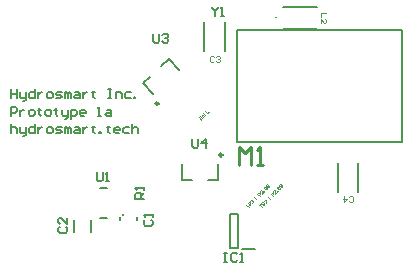
<source format=gto>
G04*
G04 #@! TF.GenerationSoftware,Altium Limited,Altium Designer,25.4.2 (15)*
G04*
G04 Layer_Color=65535*
%FSTAX24Y24*%
%MOIN*%
G70*
G04*
G04 #@! TF.SameCoordinates,12F9F1C2-4B93-4E5A-9412-C193BA208CB0*
G04*
G04*
G04 #@! TF.FilePolarity,Positive*
G04*
G01*
G75*
%ADD10C,0.0098*%
%ADD11C,0.0079*%
%ADD12C,0.0039*%
%ADD13C,0.0059*%
%ADD14C,0.0050*%
%ADD15C,0.0100*%
%ADD16C,0.0030*%
D10*
X026148Y013592D02*
G03*
X026148Y013592I-000049J0D01*
G01*
X024024Y015303D02*
G03*
X024024Y015303I-000049J0D01*
G01*
D11*
X022849Y01159D02*
G03*
X02281Y01159I-00002J0D01*
G01*
D02*
G03*
X022849Y01159I00002J0D01*
G01*
D02*
G03*
X02281Y01159I-00002J0D01*
G01*
X026226Y017042D02*
Y01801D01*
X025534Y017042D02*
Y01801D01*
X030686Y012346D02*
Y013314D01*
X029994Y012346D02*
Y013314D01*
X026402Y010489D02*
X026658D01*
X026402D02*
Y011631D01*
X026658D01*
Y010489D02*
Y011631D01*
X026796Y010469D02*
X027248D01*
X024809Y012765D02*
X025134D01*
X024809D02*
Y013277D01*
X025666Y012765D02*
X025991D01*
Y013277D01*
X022062Y012502D02*
X022298D01*
X022062Y011478D02*
X022298D01*
X02176Y01104D02*
Y011434D01*
X021209Y01104D02*
Y011434D01*
X02332Y011414D02*
Y011532D01*
X022749Y011414D02*
Y011532D01*
X02349Y015982D02*
X023839Y015608D01*
X02349Y015982D02*
X023727Y016204D01*
X024354Y016788D02*
X024703Y016413D01*
X024116Y016566D02*
X024354Y016788D01*
X028167Y018516D02*
X029293D01*
X028167Y017784D02*
X029293D01*
D12*
X027946Y01817D02*
G03*
X027906Y01817I-00002J0D01*
G01*
D02*
G03*
X027946Y01817I00002J0D01*
G01*
X025877Y016862D02*
X025844Y016894D01*
X025779D01*
X025746Y016862D01*
Y01673D01*
X025779Y016698D01*
X025844D01*
X025877Y01673D01*
X025943Y016862D02*
X025976Y016894D01*
X026041D01*
X026074Y016862D01*
Y016829D01*
X026041Y016796D01*
X026008D01*
X026041D01*
X026074Y016763D01*
Y01673D01*
X026041Y016698D01*
X025976D01*
X025943Y01673D01*
X030373Y012054D02*
X030406Y012022D01*
X030471D01*
X030504Y012054D01*
Y012186D01*
X030471Y012218D01*
X030406D01*
X030373Y012186D01*
X030209Y012218D02*
Y012022D01*
X030307Y01212D01*
X030176D01*
X029618Y018314D02*
X029422D01*
Y018183D01*
Y017986D02*
Y018117D01*
X029553Y017986D01*
X029586D01*
X029618Y018019D01*
Y018084D01*
X029586Y018117D01*
D13*
X03214Y0159D02*
Y01777D01*
X026628Y01403D02*
X03214D01*
X026628D02*
Y01777D01*
X03214D01*
Y01403D02*
Y0159D01*
D14*
X01909Y01578D02*
Y01548D01*
Y01563D01*
X01929D01*
Y01578D01*
Y01548D01*
X01939Y01568D02*
Y01553D01*
X01944Y01548D01*
X01959D01*
Y01543D01*
X01954Y01538D01*
X01949D01*
X01959Y01548D02*
Y01568D01*
X01989Y01578D02*
Y01548D01*
X01974D01*
X01969Y01553D01*
Y01563D01*
X01974Y01568D01*
X01989D01*
X01999D02*
Y01548D01*
Y01558D01*
X02004Y01563D01*
X02009Y01568D01*
X02014D01*
X02034Y01548D02*
X02044D01*
X02049Y01553D01*
Y01563D01*
X02044Y01568D01*
X02034D01*
X02029Y01563D01*
Y01553D01*
X02034Y01548D01*
X02059D02*
X020739D01*
X020789Y01553D01*
X020739Y01558D01*
X02064D01*
X02059Y01563D01*
X02064Y01568D01*
X020789D01*
X020889Y01548D02*
Y01568D01*
X020939D01*
X020989Y01563D01*
Y01548D01*
Y01563D01*
X021039Y01568D01*
X021089Y01563D01*
Y01548D01*
X021239Y01568D02*
X021339D01*
X021389Y01563D01*
Y01548D01*
X021239D01*
X021189Y01553D01*
X021239Y01558D01*
X021389D01*
X021489Y01568D02*
Y01548D01*
Y01558D01*
X021539Y01563D01*
X021589Y01568D01*
X021639D01*
X021839Y01573D02*
Y01568D01*
X021789D01*
X021889D01*
X021839D01*
Y01553D01*
X021889Y01548D01*
X022339Y01578D02*
X022439D01*
X022389D01*
Y01548D01*
X022339D01*
X022439D01*
X022589D02*
Y01568D01*
X022739D01*
X022789Y01563D01*
Y01548D01*
X023089Y01568D02*
X022939D01*
X022889Y01563D01*
Y01553D01*
X022939Y01548D01*
X023089D01*
X023189D02*
Y01553D01*
X023239D01*
Y01548D01*
X023189D01*
X01909Y0149D02*
Y0152D01*
X01924D01*
X01929Y01515D01*
Y01505D01*
X01924Y015D01*
X01909D01*
X01939Y0151D02*
Y0149D01*
Y015D01*
X01944Y01505D01*
X01949Y0151D01*
X01954D01*
X01974Y0149D02*
X01984D01*
X01989Y01495D01*
Y01505D01*
X01984Y0151D01*
X01974D01*
X01969Y01505D01*
Y01495D01*
X01974Y0149D01*
X02004Y01515D02*
Y0151D01*
X01999D01*
X02009D01*
X02004D01*
Y01495D01*
X02009Y0149D01*
X02029D02*
X02039D01*
X02044Y01495D01*
Y01505D01*
X02039Y0151D01*
X02029D01*
X02024Y01505D01*
Y01495D01*
X02029Y0149D01*
X02059Y01515D02*
Y0151D01*
X02054D01*
X02064D01*
X02059D01*
Y01495D01*
X02064Y0149D01*
X020789Y0151D02*
Y01495D01*
X020839Y0149D01*
X020989D01*
Y01485D01*
X020939Y0148D01*
X020889D01*
X020989Y0149D02*
Y0151D01*
X021089Y0148D02*
Y0151D01*
X021239D01*
X021289Y01505D01*
Y01495D01*
X021239Y0149D01*
X021089D01*
X021539D02*
X021439D01*
X021389Y01495D01*
Y01505D01*
X021439Y0151D01*
X021539D01*
X021589Y01505D01*
Y015D01*
X021389D01*
X021989Y0149D02*
X022089D01*
X022039D01*
Y0152D01*
X021989Y01515D01*
X022289Y0151D02*
X022389D01*
X022439Y01505D01*
Y0149D01*
X022289D01*
X022239Y01495D01*
X022289Y015D01*
X022439D01*
X01909Y01462D02*
Y01432D01*
Y01447D01*
X01914Y01452D01*
X01924D01*
X01929Y01447D01*
Y01432D01*
X01939Y01452D02*
Y01437D01*
X01944Y01432D01*
X01959D01*
Y01427D01*
X01954Y01422D01*
X01949D01*
X01959Y01432D02*
Y01452D01*
X01989Y01462D02*
Y01432D01*
X01974D01*
X01969Y01437D01*
Y01447D01*
X01974Y01452D01*
X01989D01*
X01999D02*
Y01432D01*
Y01442D01*
X02004Y01447D01*
X02009Y01452D01*
X02014D01*
X02034Y01432D02*
X02044D01*
X02049Y01437D01*
Y01447D01*
X02044Y01452D01*
X02034D01*
X02029Y01447D01*
Y01437D01*
X02034Y01432D01*
X02059D02*
X020739D01*
X020789Y01437D01*
X020739Y01442D01*
X02064D01*
X02059Y01447D01*
X02064Y01452D01*
X020789D01*
X020889Y01432D02*
Y01452D01*
X020939D01*
X020989Y01447D01*
Y01432D01*
Y01447D01*
X021039Y01452D01*
X021089Y01447D01*
Y01432D01*
X021239Y01452D02*
X021339D01*
X021389Y01447D01*
Y01432D01*
X021239D01*
X021189Y01437D01*
X021239Y01442D01*
X021389D01*
X021489Y01452D02*
Y01432D01*
Y01442D01*
X021539Y01447D01*
X021589Y01452D01*
X021639D01*
X021839Y01457D02*
Y01452D01*
X021789D01*
X021889D01*
X021839D01*
Y01437D01*
X021889Y01432D01*
X022039D02*
Y01437D01*
X022089D01*
Y01432D01*
X022039D01*
X022339Y01457D02*
Y01452D01*
X022289D01*
X022389D01*
X022339D01*
Y01437D01*
X022389Y01432D01*
X022689D02*
X022589D01*
X022539Y01437D01*
Y01447D01*
X022589Y01452D01*
X022689D01*
X022739Y01447D01*
Y01442D01*
X022539D01*
X023039Y01452D02*
X022889D01*
X022839Y01447D01*
Y01437D01*
X022889Y01432D01*
X023039D01*
X023139Y01462D02*
Y01432D01*
Y01447D01*
X023189Y01452D01*
X023289D01*
X023339Y01447D01*
Y01432D01*
X026195Y01033D02*
X026295D01*
X026245D01*
Y01003D01*
X026195D01*
X026295D01*
X026645Y01028D02*
X026595Y01033D01*
X026495D01*
X026445Y01028D01*
Y01008D01*
X026495Y01003D01*
X026595D01*
X026645Y01008D01*
X026745Y01003D02*
X026845D01*
X026795D01*
Y01033D01*
X026745Y01028D01*
X02515Y01414D02*
Y01389D01*
X0252Y01384D01*
X0253D01*
X02535Y01389D01*
Y01414D01*
X0256Y01384D02*
Y01414D01*
X02545Y01399D01*
X02565D01*
X02384Y01764D02*
Y01739D01*
X02389Y01734D01*
X02399D01*
X02404Y01739D01*
Y01764D01*
X02414Y01759D02*
X02419Y01764D01*
X02429D01*
X02434Y01759D01*
Y01754D01*
X02429Y01749D01*
X02424D01*
X02429D01*
X02434Y01744D01*
Y01739D01*
X02429Y01734D01*
X02419D01*
X02414Y01739D01*
X02579Y01853D02*
Y01848D01*
X02589Y01838D01*
X02599Y01848D01*
Y01853D01*
X02589Y01838D02*
Y01823D01*
X02609D02*
X02619D01*
X02614D01*
Y01853D01*
X02609Y01848D01*
X02197Y01301D02*
Y01276D01*
X02202Y01271D01*
X02212D01*
X02217Y01276D01*
Y01301D01*
X02227Y01271D02*
X02237D01*
X02232D01*
Y01301D01*
X02227Y01296D01*
X02355Y01213D02*
X02325D01*
Y01228D01*
X0233Y01233D01*
X0234D01*
X02345Y01228D01*
Y01213D01*
Y01223D02*
X02355Y01233D01*
Y01243D02*
Y01253D01*
Y01248D01*
X02325D01*
X0233Y01243D01*
X02073Y0112D02*
X02068Y01115D01*
Y01105D01*
X02073Y011D01*
X02093D01*
X02098Y01105D01*
Y01115D01*
X02093Y0112D01*
X02098Y0115D02*
Y0113D01*
X02078Y0115D01*
X02073D01*
X02068Y01145D01*
Y01135D01*
X02073Y0113D01*
X02358Y01143D02*
X02353Y01138D01*
Y01128D01*
X02358Y01123D01*
X02378D01*
X02383Y01128D01*
Y01138D01*
X02378Y01143D01*
X02383Y01153D02*
Y01163D01*
Y01158D01*
X02353D01*
X02358Y01153D01*
D15*
X02671Y01325D02*
Y01385D01*
X02691Y01365D01*
X02711Y01385D01*
Y01325D01*
X02731D02*
X02751D01*
X02741D01*
Y01385D01*
X02731Y01375D01*
D16*
X025359Y014843D02*
X02543Y014772D01*
X025395Y014808D01*
X025442Y014855D01*
X025406Y01489D01*
X025477Y01482D01*
X025501Y014843D02*
X025454Y01489D01*
Y014937D01*
X025501Y014937D01*
X025548Y01489D01*
X025512Y014926D01*
X025465Y014878D01*
X025501Y014984D02*
X025571Y014914D01*
X025619Y014961D01*
X025571Y015055D02*
X025642Y014984D01*
X025689Y015032D01*
X026929Y011913D02*
X026976Y01196D01*
X026953Y011937D01*
X027024Y011866D01*
X027071Y011913D02*
X027Y011984D01*
X027035Y012019D01*
X027059Y012019D01*
X027082Y011996D01*
Y011972D01*
X027047Y011937D01*
X027082Y012043D02*
X027082Y012066D01*
X027106Y01209D01*
X02713Y01209D01*
X027141Y012078D01*
Y012054D01*
X02713Y012043D01*
X027141Y012054D01*
X027165D01*
X027177Y012043D01*
Y012019D01*
X027153Y011996D01*
X02713D01*
X027212Y012196D02*
X027283Y012125D01*
X027389Y012231D02*
X027318Y012302D01*
X027353Y012337D01*
X027377D01*
X027401Y012314D01*
Y01229D01*
X027365Y012255D01*
X027507Y012349D02*
X027459Y012302D01*
Y012396D01*
X027448Y012408D01*
X027424D01*
X027401Y012384D01*
X027401Y012361D01*
X02753Y012373D02*
X027518Y012384D01*
X02753Y012396D01*
X027542Y012384D01*
X02753Y012373D01*
Y01249D02*
Y012514D01*
X027554Y012538D01*
X027577Y012538D01*
X027624Y01249D01*
Y012467D01*
X027601Y012443D01*
X027577D01*
X02753Y01249D01*
X027601Y012561D02*
Y012585D01*
X027624Y012608D01*
X027648Y012608D01*
X02766Y012596D01*
Y012573D01*
X027683D01*
X027695Y012561D01*
Y012538D01*
X027672Y012514D01*
X027648D01*
X027636Y012526D01*
Y012549D01*
X027613D01*
X027601Y012561D01*
X027636Y012549D02*
X02766Y012573D01*
X027379Y011913D02*
X027426Y01196D01*
X027403Y011937D01*
X027474Y011866D01*
X027521Y011913D02*
X02745Y011984D01*
X027485Y012019D01*
X027509Y012019D01*
X027532Y011996D01*
Y011972D01*
X027497Y011937D01*
X027638Y012031D02*
X027591Y011984D01*
Y012078D01*
X02758Y01209D01*
X027556Y01209D01*
X027532Y012066D01*
X027532Y012043D01*
X027662Y012196D02*
X027733Y012125D01*
X027839Y012231D02*
X027768Y012302D01*
X027803Y012337D01*
X027827D01*
X027851Y012314D01*
Y01229D01*
X027815Y012255D01*
X027957Y012349D02*
X027909Y012302D01*
Y012396D01*
X027898Y012408D01*
X027874D01*
X027851Y012384D01*
X027851Y012361D01*
X02798Y012373D02*
X027968Y012384D01*
X02798Y012396D01*
X027992Y012384D01*
X02798Y012373D01*
Y01249D02*
Y012514D01*
X028004Y012538D01*
X028027Y012538D01*
X028074Y01249D01*
Y012467D01*
X028051Y012443D01*
X028027D01*
X02798Y01249D01*
X028098Y012514D02*
X028122D01*
X028145Y012538D01*
Y012561D01*
X028098Y012608D01*
X028074Y012608D01*
X028051Y012585D01*
Y012561D01*
X028063Y012549D01*
X028086D01*
X028122Y012585D01*
M02*

</source>
